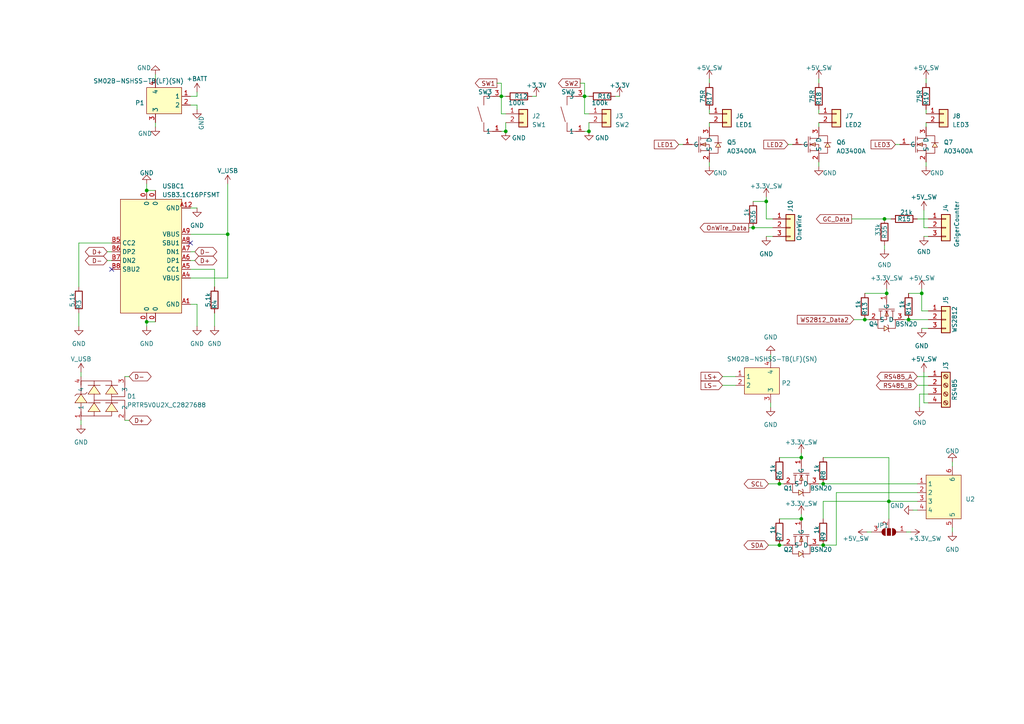
<source format=kicad_sch>
(kicad_sch (version 20231120) (generator "eeschema") (generator_version "8.0")
  (paper "A4")
  (lib_symbols
    (symbol "Connector:Screw_Terminal_01x04" (pin_names (offset 1.016) hide)
      (property "Reference" "J" (at 0 5.08 0))
      (property "Value" "Screw_Terminal_01x04" (at 0 -7.62 0))
      (symbol "Screw_Terminal_01x04_1_1"
        (rectangle (start -1.27 3.81) (end 1.27 -6.35) (stroke (width 0.254)) (fill (type background)))
        (circle (center 0 -5.08) (radius 0.635) (stroke (width 0.1524)))
        (circle (center 0 -2.54) (radius 0.635) (stroke (width 0.1524)))
        (polyline (pts (xy -0.5334 -4.7498) (xy 0.3302 -5.588)) (stroke (width 0.1524)))
        (polyline (pts (xy -0.5334 -2.2098) (xy 0.3302 -3.048)) (stroke (width 0.1524)))
        (polyline (pts (xy -0.5334 0.3302) (xy 0.3302 -0.508)) (stroke (width 0.1524)))
        (polyline (pts (xy -0.5334 2.8702) (xy 0.3302 2.032)) (stroke (width 0.1524)))
        (polyline (pts (xy -0.3556 -4.572) (xy 0.508 -5.4102)) (stroke (width 0.1524)))
        (polyline (pts (xy -0.3556 -2.032) (xy 0.508 -2.8702)) (stroke (width 0.1524)))
        (polyline (pts (xy -0.3556 0.508) (xy 0.508 -0.3302)) (stroke (width 0.1524)))
        (polyline (pts (xy -0.3556 3.048) (xy 0.508 2.2098)) (stroke (width 0.1524)))
        (circle (center 0 0) (radius 0.635) (stroke (width 0.1524)))
        (circle (center 0 2.54) (radius 0.635) (stroke (width 0.1524)))
        (pin passive line (at -5.08 2.54 0) (length 3.81) (name "Pin_1") (number "1"))
        (pin passive line (at -5.08 0 0) (length 3.81) (name "Pin_2") (number "2"))
        (pin passive line (at -5.08 -2.54 0) (length 3.81) (name "Pin_3") (number "3"))
        (pin passive line (at -5.08 -5.08 0) (length 3.81) (name "Pin_4") (number "4"))
      )
    )
    (symbol "Connector_Generic:Conn_01x02" (pin_names (offset 1.016) hide)
      (property "Reference" "J" (at 0 2.54 0))
      (property "Value" "Conn_01x02" (at 0 -5.08 0))
      (symbol "Conn_01x02_1_1"
        (rectangle (start -1.27 -2.413) (end 0 -2.667) (stroke (width 0.1524)))
        (rectangle (start -1.27 0.127) (end 0 -0.127) (stroke (width 0.1524)))
        (rectangle (start -1.27 1.27) (end 1.27 -3.81) (stroke (width 0.254)) (fill (type background)))
        (pin passive line (at -5.08 0 0) (length 3.81) (name "Pin_1") (number "1"))
        (pin passive line (at -5.08 -2.54 0) (length 3.81) (name "Pin_2") (number "2"))
      )
    )
    (symbol "Connector_Generic:Conn_01x03" (pin_names (offset 1.016) hide)
      (property "Reference" "J" (at 0 5.08 0))
      (property "Value" "Conn_01x03" (at 0 -5.08 0))
      (symbol "Conn_01x03_1_1"
        (rectangle (start -1.27 -2.413) (end 0 -2.667) (stroke (width 0.1524)))
        (rectangle (start -1.27 0.127) (end 0 -0.127) (stroke (width 0.1524)))
        (rectangle (start -1.27 2.667) (end 0 2.413) (stroke (width 0.1524)))
        (rectangle (start -1.27 3.81) (end 1.27 -3.81) (stroke (width 0.254)) (fill (type background)))
        (pin passive line (at -5.08 2.54 0) (length 3.81) (name "Pin_1") (number "1"))
        (pin passive line (at -5.08 0 0) (length 3.81) (name "Pin_2") (number "2"))
        (pin passive line (at -5.08 -2.54 0) (length 3.81) (name "Pin_3") (number "3"))
      )
    )
    (symbol "Device:R" (pin_numbers hide) (pin_names (offset 0))
      (property "Reference" "R" (at 2.032 0 90))
      (property "Value" "R" (at 0 0 90))
      (symbol "R_0_1"
        (rectangle (start -1.016 -2.54) (end 1.016 2.54) (stroke (width 0.254)))
      )
      (symbol "R_1_1"
        (pin passive line (at 0 3.81 270) (length 1.27) (name "~") (number "1"))
        (pin passive line (at 0 -3.81 90) (length 1.27) (name "~") (number "2"))
      )
    )
    (symbol "Jumper:SolderJumper_3_Open" (pin_names (offset 0) hide)
      (property "Reference" "JP" (at -2.54 -2.54 0))
      (property "Value" "SolderJumper_3_Open" (at 0 2.794 0))
      (symbol "SolderJumper_3_Open_0_1"
        (arc (start -1.016 1.016) (mid -2.0276 0) (end -1.016 -1.016))
        (arc (start -1.016 1.016) (mid -2.0276 0) (end -1.016 -1.016) (fill (type outline)))
        (rectangle (start -0.508 1.016) (end 0.508 -1.016) (fill (type outline)))
        (polyline (pts (xy -2.54 0) (xy -2.032 0)))
        (polyline (pts (xy -1.016 1.016) (xy -1.016 -1.016)))
        (polyline (pts (xy 0 -1.27) (xy 0 -1.016)))
        (polyline (pts (xy 1.016 1.016) (xy 1.016 -1.016)))
        (polyline (pts (xy 2.54 0) (xy 2.032 0)))
        (arc (start 1.016 -1.016) (mid 2.0276 0) (end 1.016 1.016))
        (arc (start 1.016 -1.016) (mid 2.0276 0) (end 1.016 1.016) (fill (type outline)))
      )
      (symbol "SolderJumper_3_Open_1_1"
        (pin passive line (at -5.08 0 0) (length 2.54) (name "A") (number "1"))
        (pin passive line (at 0 -3.81 90) (length 2.54) (name "C") (number "2"))
        (pin passive line (at 5.08 0 180) (length 2.54) (name "B") (number "3"))
      )
    )
    (symbol "burgerLib:AO3400A"
      (property "Reference" "Q?" (at 0 10.16 0))
      (property "Value" "AO3400A" (at 0 -10.16 0))
      (symbol "AO3400A_0_1"
        (polyline (pts (xy -2.54 0) (xy -0.508 0)))
        (polyline (pts (xy -0.508 2.286) (xy -0.508 -2.286)))
        (polyline (pts (xy 0 -2.286) (xy 0 -1.27)))
        (polyline (pts (xy 0 -0.508) (xy 0 0.508)))
        (polyline (pts (xy 0 2.286) (xy 0 1.27)))
        (polyline (pts (xy 2.54 -1.778) (xy 0 -1.778)))
        (polyline (pts (xy 0 0) (xy 1.524 -0.508) (xy 1.524 0.508) (xy 0 0)) (fill (type background)))
        (polyline (pts (xy 5.08 0.508) (xy 4.318 -0.762) (xy 5.842 -0.762) (xy 5.08 0.508)) (fill (type background)))
        (polyline (pts (xy 6.096 0.508) (xy 5.588 0.508) (xy 4.572 0.508) (xy 4.064 0.508)))
        (polyline (pts (xy 0 0) (xy 2.54 0) (xy 2.54 -2.54) (xy 5.08 -2.54) (xy 5.08 -0.762)))
        (polyline (pts (xy 0 1.778) (xy 2.54 1.778) (xy 2.54 2.54) (xy 5.08 2.54) (xy 5.08 0.508)))
        (pin unspecified line (at -5.08 0 0) (length 2.54) (name "G") (number "1"))
        (pin unspecified line (at 2.54 -5.08 90) (length 2.54) (name "S") (number "2"))
        (pin unspecified line (at 2.54 5.08 270) (length 2.54) (name "D") (number "3"))
      )
    )
    (symbol "burgerLib:BSN20"
      (property "Reference" "Q?" (at 0 10.16 0))
      (property "Value" "BSN20" (at 0 -10.16 0))
      (symbol "BSN20_0_1"
        (polyline (pts (xy -2.54 0) (xy -0.508 0)))
        (polyline (pts (xy -0.508 2.286) (xy -0.508 -2.286)))
        (polyline (pts (xy 0 -2.286) (xy 0 -1.27)))
        (polyline (pts (xy 0 -0.508) (xy 0 0.508)))
        (polyline (pts (xy 0 2.286) (xy 0 1.27)))
        (polyline (pts (xy 2.54 -1.778) (xy 0 -1.778)))
        (polyline (pts (xy 0 0) (xy 1.524 0.508) (xy 1.524 -0.508) (xy 0 0)) (fill (type background)))
        (polyline (pts (xy 4.064 0.254) (xy 4.318 0.508) (xy 5.842 0.508) (xy 6.096 0.762)))
        (polyline (pts (xy 5.08 0.508) (xy 5.842 -0.762) (xy 4.318 -0.762) (xy 5.08 0.508)) (fill (type background)))
        (polyline (pts (xy 0 0) (xy 2.54 0) (xy 2.54 -2.54) (xy 5.08 -2.54) (xy 5.08 -0.762)))
        (polyline (pts (xy 0 1.778) (xy 2.54 1.778) (xy 2.54 2.54) (xy 5.08 2.54) (xy 5.08 0.508)))
        (pin unspecified line (at -5.08 0 0) (length 2.54) (name "G") (number "1"))
        (pin unspecified line (at 2.54 -5.08 90) (length 2.54) (name "S") (number "2"))
        (pin unspecified line (at 2.54 5.08 270) (length 2.54) (name "D") (number "3"))
      )
    )
    (symbol "burgerLib:K2-1102SP-C4SC-04"
      (property "Reference" "SW?" (at 0 10.16 0))
      (property "Value" "K2-1102SP-C4SC-04" (at 0 -10.16 0))
      (symbol "K2-1102SP-C4SC-04_0_1"
        (polyline (pts (xy -5.08 -5.08) (xy -2.54 -5.08)))
        (polyline (pts (xy -5.08 5.08) (xy -2.54 5.08)))
        (polyline (pts (xy -2.54 -5.08) (xy -2.54 -2.54)))
        (polyline (pts (xy -2.54 5.08) (xy -2.54 2.54)))
        (polyline (pts (xy -2.032 2.286) (xy -0.762 -2.032)))
        (pin unspecified line (at -7.62 5.08 0) (length 2.54) (name "1") (number "1"))
        (pin unspecified line (at -7.62 5.08 0) (length 2.54) hide (name "2") (number "2"))
        (pin unspecified line (at -7.62 -5.08 0) (length 2.54) (name "3") (number "3"))
        (pin unspecified line (at -7.62 -5.08 0) (length 2.54) hide (name "4") (number "4"))
      )
    )
    (symbol "burgerLib:PRTR5V0U2X_C2827688"
      (property "Reference" "D?" (at 0 12.7 0))
      (property "Value" "PRTR5V0U2X_C2827688" (at 0 -10.16 0))
      (symbol "PRTR5V0U2X_C2827688_0_1"
        (polyline (pts (xy -1.27 0) (xy -1.27 2.54)))
        (polyline (pts (xy 0.508 0) (xy -3.048 0)))
        (polyline (pts (xy 0.508 5.08) (xy -3.048 5.08)))
        (polyline (pts (xy 3.81 0) (xy 3.81 2.54)))
        (polyline (pts (xy 5.588 0) (xy 2.032 0)))
        (polyline (pts (xy 5.588 5.08) (xy 2.032 5.08)))
        (polyline (pts (xy -1.27 -3.81) (xy 3.81 -3.81) (xy 3.81 -2.54)))
        (polyline (pts (xy -1.27 0.762) (xy 7.62 0.762) (xy 7.62 -3.81)))
        (polyline (pts (xy -1.27 6.35) (xy -5.08 6.35) (xy -5.08 2.54)))
        (polyline (pts (xy 3.81 1.778) (xy 7.62 1.778) (xy 7.62 6.35)))
        (polyline (pts (xy -5.08 0) (xy -5.08 -3.81) (xy -1.27 -3.81) (xy -1.27 -2.54)))
        (polyline (pts (xy -3.302 0) (xy -5.08 2.54) (xy -6.858 0) (xy -3.302 0)) (fill (type background)))
        (polyline (pts (xy -3.302 3.048) (xy -3.81 2.54) (xy -6.35 2.54) (xy -6.858 2.032)))
        (polyline (pts (xy 0.508 -2.54) (xy -1.27 0) (xy -3.048 -2.54) (xy 0.508 -2.54)) (fill (type background)))
        (polyline (pts (xy 0.508 2.54) (xy -1.27 5.08) (xy -3.048 2.54) (xy 0.508 2.54)) (fill (type background)))
        (polyline (pts (xy 3.81 5.08) (xy 3.81 6.35) (xy -1.27 6.35) (xy -1.27 5.08)))
        (polyline (pts (xy 5.588 -2.54) (xy 3.81 0) (xy 2.032 -2.54) (xy 5.588 -2.54)) (fill (type background)))
        (polyline (pts (xy 5.588 2.54) (xy 3.81 5.08) (xy 2.032 2.54) (xy 5.588 2.54)) (fill (type background)))
        (pin unspecified line (at -5.08 -5.08 90) (length 2.54) (name "1") (number "1"))
        (pin unspecified line (at 7.62 -5.08 90) (length 2.54) (name "2") (number "2"))
        (pin unspecified line (at 7.62 7.62 270) (length 2.54) (name "3") (number "3"))
        (pin unspecified line (at -5.08 7.62 270) (length 2.54) (name "4") (number "4"))
      )
    )
    (symbol "burgerLib:S4B-PH-SM4-K-TB(LF)(SN)"
      (property "Reference" "U?" (at 0 12.7 0))
      (property "Value" "S4B-PH-SM4-K-TB(LF)(SN)" (at 0 -15.24 0))
      (symbol "S4B-PH-SM4-K-TB(LF)(SN)_0_1"
        (rectangle (start -2.54 5.08) (end 7.62 -7.62) (fill (type background)))
        (pin unspecified line (at -5.08 2.54 0) (length 2.54) (name "1") (number "1"))
        (pin unspecified line (at -5.08 0 0) (length 2.54) (name "2") (number "2"))
        (pin unspecified line (at -5.08 -2.54 0) (length 2.54) (name "3") (number "3"))
        (pin unspecified line (at -5.08 -5.08 0) (length 2.54) (name "4") (number "4"))
        (pin unspecified line (at 5.08 -10.16 90) (length 2.54) (name "5") (number "5"))
        (pin unspecified line (at 5.08 7.62 270) (length 2.54) (name "6") (number "6"))
      )
    )
    (symbol "burgerLib:SM02B-NSHSS-TB(LF)(SN)"
      (property "Reference" "P?" (at 0 12.7 0))
      (property "Value" "SM02B-NSHSS-TB(LF)(SN)" (at 0 -10.16 0))
      (symbol "SM02B-NSHSS-TB(LF)(SN)_0_1"
        (rectangle (start -2.54 5.08) (end 7.62 -2.54) (fill (type background)))
        (pin unspecified line (at -5.08 2.54 0) (length 2.54) (name "1") (number "1"))
        (pin unspecified line (at -5.08 0 0) (length 2.54) (name "2") (number "2"))
        (pin unspecified line (at 5.08 -5.08 90) (length 2.54) (name "3") (number "3"))
        (pin unspecified line (at 5.08 7.62 270) (length 2.54) (name "4") (number "4"))
      )
    )
    (symbol "burgerLib:USB3.1C16PFSMT"
      (property "Reference" "USBC?" (at 0 24.13 0))
      (property "Value" "USB3.1C16PFSMT" (at 0 -24.13 0))
      (symbol "USB3.1C16PFSMT_0_1"
        (rectangle (start -8.89 16.51) (end 8.89 -16.51) (fill (type background)))
        (pin unspecified line (at -1.27 -19.05 90) (length 2.54) (name "0") (number "0"))
        (pin unspecified line (at -1.27 19.05 270) (length 2.54) (name "0") (number "0"))
        (pin unspecified line (at 1.27 -19.05 90) (length 2.54) (name "0") (number "0"))
        (pin unspecified line (at 1.27 19.05 270) (length 2.54) (name "0") (number "0"))
        (pin unspecified line (at 11.43 -13.97 180) (length 2.54) (name "GND") (number "A1"))
        (pin unspecified line (at 11.43 13.97 180) (length 2.54) (name "GND") (number "A12"))
        (pin unspecified line (at 11.43 -6.35 180) (length 2.54) (name "VBUS") (number "A4"))
        (pin unspecified line (at 11.43 -3.81 180) (length 2.54) (name "CC1") (number "A5"))
        (pin unspecified line (at 11.43 -1.27 180) (length 2.54) (name "DP1") (number "A6"))
        (pin unspecified line (at 11.43 1.27 180) (length 2.54) (name "DN1") (number "A7"))
        (pin unspecified line (at 11.43 3.81 180) (length 2.54) (name "SBU1") (number "A8"))
        (pin unspecified line (at 11.43 6.35 180) (length 2.54) (name "VBUS") (number "A9"))
        (pin unspecified line (at -11.43 3.81 0) (length 2.54) (name "CC2") (number "B5"))
        (pin unspecified line (at -11.43 1.27 0) (length 2.54) (name "DP2") (number "B6"))
        (pin unspecified line (at -11.43 -1.27 0) (length 2.54) (name "DN2") (number "B7"))
        (pin unspecified line (at -11.43 -3.81 0) (length 2.54) (name "SBU2") (number "B8"))
      )
    )
    (symbol "power:+3.3V" (power) (pin_names (offset 0))
      (property "Value" "+3.3V" (at 0 3.556 0))
      (symbol "+3.3V_0_1"
        (polyline (pts (xy -0.762 1.27) (xy 0 2.54)))
        (polyline (pts (xy 0 0) (xy 0 2.54)))
        (polyline (pts (xy 0 2.54) (xy 0.762 1.27)))
      )
      (symbol "+3.3V_1_1"
        (pin power_in line (at 0 0 90) (length 0) hide (name "+3.3V") (number "1"))
      )
    )
    (symbol "power:+BATT" (power) (pin_names (offset 0))
      (property "Value" "+BATT" (at 0 3.556 0))
      (symbol "+BATT_0_1"
        (polyline (pts (xy -0.762 1.27) (xy 0 2.54)))
        (polyline (pts (xy 0 0) (xy 0 2.54)))
        (polyline (pts (xy 0 2.54) (xy 0.762 1.27)))
      )
      (symbol "+BATT_1_1"
        (pin power_in line (at 0 0 90) (length 0) hide (name "+BATT") (number "1"))
      )
    )
    (symbol "power:+VSW" (power) (pin_names (offset 0))
      (property "Value" "+VSW" (at 0 3.556 0))
      (symbol "+VSW_0_1"
        (polyline (pts (xy -0.762 1.27) (xy 0 2.54)))
        (polyline (pts (xy 0 0) (xy 0 2.54)))
        (polyline (pts (xy 0 2.54) (xy 0.762 1.27)))
      )
      (symbol "+VSW_1_1"
        (pin power_in line (at 0 0 90) (length 0) hide (name "+VSW") (number "1"))
      )
    )
    (symbol "power:GND" (power) (pin_names (offset 0))
      (property "Value" "GND" (at 0 -3.81 0))
      (symbol "GND_0_1"
        (polyline (pts (xy 0 0) (xy 0 -1.27) (xy 1.27 -1.27) (xy 0 -2.54) (xy -1.27 -1.27) (xy 0 -1.27)))
      )
      (symbol "GND_1_1"
        (pin power_in line (at 0 0 270) (length 0) hide (name "GND") (number "1"))
      )
    )
    (symbol "power:VBUS" (power) (pin_names (offset 0))
      (property "Value" "VBUS" (at 0 3.81 0))
      (symbol "VBUS_0_1"
        (polyline (pts (xy -0.762 1.27) (xy 0 2.54)))
        (polyline (pts (xy 0 0) (xy 0 2.54)))
        (polyline (pts (xy 0 2.54) (xy 0.762 1.27)))
      )
      (symbol "VBUS_1_1"
        (pin power_in line (at 0 0 90) (length 0) hide (name "VBUS") (number "1"))
      )
    )
    (symbol "power:Vdrive" (power) (pin_names (offset 0))
      (property "Value" "Vdrive" (at 0 3.81 0))
      (symbol "Vdrive_0_1"
        (polyline (pts (xy -0.762 1.27) (xy 0 2.54)))
        (polyline (pts (xy 0 0) (xy 0 2.54)))
        (polyline (pts (xy 0 2.54) (xy 0.762 1.27)))
      )
      (symbol "Vdrive_1_1"
        (pin power_in line (at 0 0 90) (length 0) hide (name "Vdrive") (number "1"))
      )
    )
  )
  (junction (at 66.04 67.945))
  (junction (at 257.81 145.415))
  (junction (at 218.44 66.04))
  (junction (at 146.685 38.1))
  (junction (at 250.825 92.71))
  (junction (at 226.06 140.335))
  (junction (at 232.41 132.715))
  (junction (at 170.815 38.1))
  (junction (at 238.76 158.115))
  (junction (at 267.335 85.09))
  (junction (at 238.76 140.335))
  (junction (at 42.545 93.345))
  (junction (at 42.545 55.245))
  (junction (at 169.545 27.94))
  (junction (at 145.415 27.94))
  (junction (at 226.06 158.115))
  (junction (at 222.25 58.42))
  (junction (at 232.41 150.495))
  (junction (at 256.54 63.5))
  (junction (at 257.175 85.09))
  (junction (at 263.525 92.71))
  (no_connect (at 32.385 78.105))
  (no_connect (at 55.245 70.485))
  (wire (pts (xy 258.445 63.5) (xy 256.54 63.5)))
  (wire (pts (xy 226.06 158.115) (xy 227.33 158.115)))
  (wire (pts (xy 262.255 92.71) (xy 263.525 92.71)))
  (wire (pts (xy 154.305 27.94) (xy 155.575 27.94)))
  (wire (pts (xy 22.86 83.185) (xy 22.86 70.485)))
  (wire (pts (xy 168.275 24.13) (xy 169.545 24.13)))
  (wire (pts (xy 222.25 57.15) (xy 222.25 58.42)))
  (wire (pts (xy 257.81 145.415) (xy 266.065 145.415)))
  (wire (pts (xy 169.545 27.94) (xy 170.815 27.94)))
  (wire (pts (xy 222.25 63.5) (xy 222.25 58.42)))
  (wire (pts (xy 242.57 142.875) (xy 242.57 158.115)))
  (wire (pts (xy 267.97 60.96) (xy 267.97 66.04)))
  (wire (pts (xy 218.44 66.04) (xy 224.155 66.04)))
  (wire (pts (xy 42.545 93.345) (xy 42.545 94.615)))
  (wire (pts (xy 242.57 158.115) (xy 238.76 158.115)))
  (wire (pts (xy 266.7 114.3) (xy 266.7 118.11)))
  (wire (pts (xy 146.685 35.56) (xy 146.685 38.1)))
  (wire (pts (xy 170.815 33.02) (xy 169.545 33.02)))
  (wire (pts (xy 256.54 72.39) (xy 256.54 71.12)))
  (wire (pts (xy 66.04 80.645) (xy 66.04 67.945)))
  (wire (pts (xy 23.495 121.92) (xy 23.495 123.19)))
  (wire (pts (xy 222.25 68.58) (xy 224.155 68.58)))
  (wire (pts (xy 205.74 46.99) (xy 205.74 48.26)))
  (wire (pts (xy 223.52 116.84) (xy 223.52 118.11)))
  (wire (pts (xy 66.04 53.34) (xy 66.04 67.945)))
  (wire (pts (xy 238.76 132.715) (xy 257.81 132.715)))
  (wire (pts (xy 263.525 92.71) (xy 269.24 92.71)))
  (wire (pts (xy 205.74 22.86) (xy 205.74 24.13)))
  (wire (pts (xy 57.15 27.94) (xy 55.245 27.94)))
  (wire (pts (xy 257.175 83.82) (xy 257.175 85.09)))
  (wire (pts (xy 209.55 109.22) (xy 213.36 109.22)))
  (wire (pts (xy 226.06 132.715) (xy 232.41 132.715)))
  (wire (pts (xy 263.525 85.09) (xy 267.335 85.09)))
  (wire (pts (xy 247.65 92.71) (xy 250.825 92.71)))
  (wire (pts (xy 237.49 22.86) (xy 237.49 24.13)))
  (wire (pts (xy 22.86 70.485) (xy 32.385 70.485)))
  (wire (pts (xy 267.97 68.58) (xy 269.24 68.58)))
  (wire (pts (xy 268.605 46.99) (xy 268.605 48.26)))
  (wire (pts (xy 269.24 114.3) (xy 266.7 114.3)))
  (wire (pts (xy 276.225 133.985) (xy 276.225 135.255)))
  (wire (pts (xy 237.49 46.99) (xy 237.49 48.26)))
  (wire (pts (xy 268.605 22.86) (xy 268.605 24.13)))
  (wire (pts (xy 250.825 92.71) (xy 252.095 92.71)))
  (wire (pts (xy 266.065 142.875) (xy 242.57 142.875)))
  (wire (pts (xy 238.76 140.335) (xy 266.065 140.335)))
  (wire (pts (xy 170.815 35.56) (xy 170.815 38.1)))
  (wire (pts (xy 209.55 111.76) (xy 213.36 111.76)))
  (wire (pts (xy 57.15 31.75) (xy 57.15 30.48)))
  (wire (pts (xy 217.17 66.04) (xy 218.44 66.04)))
  (wire (pts (xy 42.545 53.34) (xy 42.545 55.245)))
  (wire (pts (xy 257.81 150.495) (xy 257.81 145.415)))
  (wire (pts (xy 66.04 67.945) (xy 55.245 67.945)))
  (wire (pts (xy 36.195 109.22) (xy 37.465 109.22)))
  (wire (pts (xy 57.15 26.67) (xy 57.15 27.94)))
  (wire (pts (xy 169.545 33.02) (xy 169.545 27.94)))
  (wire (pts (xy 237.49 158.115) (xy 238.76 158.115)))
  (wire (pts (xy 266.065 109.22) (xy 269.24 109.22)))
  (wire (pts (xy 269.24 90.17) (xy 267.335 90.17)))
  (wire (pts (xy 268.605 35.56) (xy 268.605 36.83)))
  (wire (pts (xy 42.545 55.245) (xy 45.085 55.245)))
  (wire (pts (xy 267.97 116.84) (xy 267.97 107.95)))
  (wire (pts (xy 237.49 31.75) (xy 237.49 33.02)))
  (wire (pts (xy 45.085 35.56) (xy 45.085 36.83)))
  (wire (pts (xy 267.335 90.17) (xy 267.335 85.09)))
  (wire (pts (xy 146.685 33.02) (xy 145.415 33.02)))
  (wire (pts (xy 228.6 41.91) (xy 229.87 41.91)))
  (wire (pts (xy 232.41 149.225) (xy 232.41 150.495)))
  (wire (pts (xy 222.885 140.335) (xy 226.06 140.335)))
  (wire (pts (xy 57.15 94.615) (xy 57.15 88.265)))
  (wire (pts (xy 256.54 63.5) (xy 247.015 63.5)))
  (wire (pts (xy 62.23 90.805) (xy 62.23 94.615)))
  (wire (pts (xy 55.245 60.325) (xy 57.15 60.325)))
  (wire (pts (xy 57.15 88.265) (xy 55.245 88.265)))
  (wire (pts (xy 266.065 111.76) (xy 269.24 111.76)))
  (wire (pts (xy 145.415 27.94) (xy 146.685 27.94)))
  (wire (pts (xy 145.415 38.1) (xy 146.685 38.1)))
  (wire (pts (xy 226.06 150.495) (xy 232.41 150.495)))
  (wire (pts (xy 237.49 140.335) (xy 238.76 140.335)))
  (wire (pts (xy 226.06 140.335) (xy 227.33 140.335)))
  (wire (pts (xy 45.085 21.59) (xy 45.085 22.86)))
  (wire (pts (xy 22.86 90.805) (xy 22.86 94.615)))
  (wire (pts (xy 205.74 31.75) (xy 205.74 33.02)))
  (wire (pts (xy 269.24 116.84) (xy 267.97 116.84)))
  (wire (pts (xy 267.335 83.82) (xy 267.335 85.09)))
  (wire (pts (xy 57.15 30.48) (xy 55.245 30.48)))
  (wire (pts (xy 238.76 150.495) (xy 238.76 145.415)))
  (wire (pts (xy 31.115 75.565) (xy 32.385 75.565)))
  (wire (pts (xy 36.195 121.92) (xy 37.465 121.92)))
  (wire (pts (xy 222.885 158.115) (xy 226.06 158.115)))
  (wire (pts (xy 268.605 31.75) (xy 268.605 33.02)))
  (wire (pts (xy 223.52 102.87) (xy 223.52 104.14)))
  (wire (pts (xy 266.065 63.5) (xy 269.24 63.5)))
  (wire (pts (xy 196.85 41.91) (xy 198.12 41.91)))
  (wire (pts (xy 237.49 35.56) (xy 237.49 36.83)))
  (wire (pts (xy 276.225 153.035) (xy 276.225 154.305)))
  (wire (pts (xy 55.245 78.105) (xy 62.23 78.105)))
  (wire (pts (xy 145.415 33.02) (xy 145.415 27.94)))
  (wire (pts (xy 250.825 85.09) (xy 257.175 85.09)))
  (wire (pts (xy 262.89 154.305) (xy 264.16 154.305)))
  (wire (pts (xy 259.715 41.91) (xy 260.985 41.91)))
  (wire (pts (xy 31.115 73.025) (xy 32.385 73.025)))
  (wire (pts (xy 218.44 58.42) (xy 222.25 58.42)))
  (wire (pts (xy 257.81 132.715) (xy 257.81 145.415)))
  (wire (pts (xy 145.415 24.13) (xy 145.415 27.94)))
  (wire (pts (xy 42.545 93.345) (xy 45.085 93.345)))
  (wire (pts (xy 178.435 27.94) (xy 179.705 27.94)))
  (wire (pts (xy 144.145 24.13) (xy 145.415 24.13)))
  (wire (pts (xy 264.795 147.955) (xy 266.065 147.955)))
  (wire (pts (xy 238.76 145.415) (xy 257.81 145.415)))
  (wire (pts (xy 267.335 95.25) (xy 269.24 95.25)))
  (wire (pts (xy 23.495 107.95) (xy 23.495 109.22)))
  (wire (pts (xy 267.97 66.04) (xy 269.24 66.04)))
  (wire (pts (xy 232.41 131.445) (xy 232.41 132.715)))
  (wire (pts (xy 55.245 73.025) (xy 56.515 73.025)))
  (wire (pts (xy 55.245 75.565) (xy 56.515 75.565)))
  (wire (pts (xy 169.545 24.13) (xy 169.545 27.94)))
  (wire (pts (xy 169.545 38.1) (xy 170.815 38.1)))
  (wire (pts (xy 224.155 63.5) (xy 222.25 63.5)))
  (wire (pts (xy 251.46 154.305) (xy 252.73 154.305)))
  (wire (pts (xy 62.23 78.105) (xy 62.23 83.185)))
  (wire (pts (xy 55.245 80.645) (xy 66.04 80.645)))
  (wire (pts (xy 205.74 35.56) (xy 205.74 36.83)))
  (global_label "SW2" (shape output) (at 168.275 24.13 180) (property "Intersheetrefs" "${INTERSHEET_REFS}" (effects (hide yes))))
  (global_label "SCL" (shape bidirectional) (at 222.885 140.335 180) (property "Intersheetrefs" "${INTERSHEET_REFS}" (effects (hide yes))))
  (global_label "RS485_A" (shape bidirectional) (at 266.065 109.22 180) (property "Intersheetrefs" "${INTERSHEET_REFS}" (effects (hide yes))))
  (global_label "D+" (shape bidirectional) (at 31.115 73.025 180) (property "Intersheetrefs" "${INTERSHEET_REFS}" (effects (hide yes))))
  (global_label "LS+" (shape input) (at 209.55 109.22 180) (property "Intersheetrefs" "${INTERSHEET_REFS}" (effects (hide yes))))
  (global_label "LED3" (shape input) (at 259.715 41.91 180) (property "Intersheetrefs" "${INTERSHEET_REFS}" (effects (hide yes))))
  (global_label "LED2" (shape input) (at 228.6 41.91 180) (property "Intersheetrefs" "${INTERSHEET_REFS}" (effects (hide yes))))
  (global_label "D-" (shape bidirectional) (at 37.465 109.22 0) (property "Intersheetrefs" "${INTERSHEET_REFS}" (effects (hide yes))))
  (global_label "D-" (shape bidirectional) (at 56.515 73.025 0) (property "Intersheetrefs" "${INTERSHEET_REFS}" (effects (hide yes))))
  (global_label "GC_Data" (shape output) (at 247.015 63.5 180) (property "Intersheetrefs" "${INTERSHEET_REFS}" (effects (hide yes))))
  (global_label "D+" (shape bidirectional) (at 37.465 121.92 0) (property "Intersheetrefs" "${INTERSHEET_REFS}" (effects (hide yes))))
  (global_label "OnWire_Data" (shape output) (at 217.17 66.04 180) (property "Intersheetrefs" "${INTERSHEET_REFS}" (effects (hide yes))))
  (global_label "SW1" (shape output) (at 144.145 24.13 180) (property "Intersheetrefs" "${INTERSHEET_REFS}" (effects (hide yes))))
  (global_label "WS2812_Data2" (shape input) (at 247.65 92.71 180) (property "Intersheetrefs" "${INTERSHEET_REFS}" (effects (hide yes))))
  (global_label "RS485_B" (shape bidirectional) (at 266.065 111.76 180) (property "Intersheetrefs" "${INTERSHEET_REFS}" (effects (hide yes))))
  (global_label "D-" (shape bidirectional) (at 31.115 75.565 180) (property "Intersheetrefs" "${INTERSHEET_REFS}" (effects (hide yes))))
  (global_label "LS-" (shape input) (at 209.55 111.76 180) (property "Intersheetrefs" "${INTERSHEET_REFS}" (effects (hide yes))))
  (global_label "SDA" (shape bidirectional) (at 222.885 158.115 180) (property "Intersheetrefs" "${INTERSHEET_REFS}" (effects (hide yes))))
  (global_label "LED1" (shape input) (at 196.85 41.91 180) (property "Intersheetrefs" "${INTERSHEET_REFS}" (effects (hide yes))))
  (global_label "D+" (shape bidirectional) (at 56.515 75.565 0) (property "Intersheetrefs" "${INTERSHEET_REFS}" (effects (hide yes))))
  (symbol (lib_id "Device:R") (at 263.525 88.9 180) (unit 1)
    (property "Reference" "R14" (at 263.525 89.535 90))
    (property "Value" "1k" (at 261.62 88.265 90))
    (property "Footprint" "Resistor_SMD:R_0603_1608Metric_Pad0.98x0.95mm_HandSolder" (effects (hide yes)))
  )
  (symbol (lib_id "Connector_Generic:Conn_01x03") (at 274.32 66.04 0) (unit 1) (in_bom no)
    (property "Reference" "J4" (at 274.32 61.595 90) (effects (justify left)))
    (property "Value" "GeigerCounter" (at 277.495 71.755 90) (effects (justify left)))
    (property "Footprint" "Connector_PinHeader_2.54mm:PinHeader_1x03_P2.54mm_Vertical" (effects (hide yes)))
  )
  (symbol (lib_id "Device:R") (at 268.605 27.94 180) (unit 1)
    (property "Reference" "R19" (at 268.605 28.575 90))
    (property "Value" "75R" (at 266.7 27.94 90))
    (property "Footprint" "Resistor_SMD:R_0805_2012Metric_Pad1.20x1.40mm_HandSolder" (effects (hide yes)))
  )
  (symbol (lib_id "burgerLib:AO3400A") (at 266.065 41.91 0) (unit 1)
    (property "Reference" "Q7" (at 273.685 41.275 0) (effects (justify left)))
    (property "Value" "AO3400A" (at 273.685 43.815 0) (effects (justify left)))
    (property "Footprint" "EduboardV2_kicadlib:SOT-23-3_L2.9-W1.6-P1.90-LS2.8-BR" (effects (hide yes)))
    (property "Datasheet" "https://lcsc.com/product-detail/MOSFET_AOS_AO3400A_AO3400A_C20917.html" (effects (hide yes)))
    (property "Manufacturer" "AOS" (effects (hide yes)))
    (property "LCSC Part" "C20917" (effects (hide yes)))
    (property "JLC Part" "Basic Part" (effects (hide yes)))
  )
  (symbol (lib_id "Device:R") (at 250.825 88.9 180) (unit 1)
    (property "Reference" "R13" (at 250.825 89.535 90))
    (property "Value" "1k" (at 248.92 88.265 90))
    (property "Footprint" "Resistor_SMD:R_0603_1608Metric_Pad0.98x0.95mm_HandSolder" (effects (hide yes)))
  )
  (symbol (lib_id "power:Vdrive") (at 268.605 22.86 0) (unit 1)
    (property "Reference" "#PWR056" (effects (hide yes)))
    (property "Value" "+5V_SW" (at 268.605 19.685 0))
  )
  (symbol (lib_id "power:Vdrive") (at 267.97 60.96 0) (unit 1)
    (property "Reference" "#PWR050" (effects (hide yes)))
    (property "Value" "+5V_SW" (at 267.97 57.15 0))
  )
  (symbol (lib_id "Connector_Generic:Conn_01x02") (at 273.685 33.02 0) (unit 1) (in_bom no)
    (property "Reference" "J8" (at 276.225 33.655 0) (effects (justify left)))
    (property "Value" "LED3" (at 276.225 36.195 0) (effects (justify left)))
    (property "Footprint" "Connector_PinHeader_2.54mm:PinHeader_1x02_P2.54mm_Vertical" (effects (hide yes)))
  )
  (symbol (lib_id "Device:R") (at 238.76 154.305 180) (unit 1)
    (property "Reference" "R9" (at 238.76 155.575 90))
    (property "Value" "1k" (at 236.855 153.67 90))
    (property "Footprint" "Resistor_SMD:R_0603_1608Metric_Pad0.98x0.95mm_HandSolder" (effects (hide yes)))
  )
  (symbol (lib_id "power:GND") (at 256.54 72.39 0) (unit 1)
    (property "Reference" "#PWR0106" (effects (hide yes)))
    (property "Value" "GND" (at 256.54 76.835 0))
  )
  (symbol (lib_id "power:GND") (at 222.25 68.58 0) (unit 1)
    (property "Reference" "#PWR0108" (effects (hide yes)))
    (property "Value" "GND" (at 222.25 73.66 0))
  )
  (symbol (lib_id "power:+3.3V") (at 179.705 27.94 0) (unit 1)
    (property "Reference" "#PWR049" (effects (hide yes)))
    (property "Value" "+3.3V" (at 179.705 24.765 0))
  )
  (symbol (lib_id "power:GND") (at 45.085 36.83 0) (mirror y) (unit 1)
    (property "Reference" "#PWR076" (effects (hide yes)))
    (property "Value" "GND" (at 40.005 38.735 0) (effects (justify right)))
  )
  (symbol (lib_id "power:Vdrive") (at 267.97 107.95 0) (unit 1)
    (property "Reference" "#PWR097" (effects (hide yes)))
    (property "Value" "+5V_SW" (at 267.97 104.14 0))
  )
  (symbol (lib_id "Connector_Generic:Conn_01x02") (at 210.82 33.02 0) (unit 1) (in_bom no)
    (property "Reference" "J6" (at 213.36 33.655 0) (effects (justify left)))
    (property "Value" "LED1" (at 213.36 36.195 0) (effects (justify left)))
    (property "Footprint" "Connector_PinHeader_2.54mm:PinHeader_1x02_P2.54mm_Vertical" (effects (hide yes)))
  )
  (symbol (lib_id "power:GND") (at 267.97 68.58 0) (unit 1)
    (property "Reference" "#PWR047" (effects (hide yes)))
    (property "Value" "GND" (at 267.97 73.025 0))
  )
  (symbol (lib_id "burgerLib:PRTR5V0U2X_C2827688") (at 28.575 116.84 0) (unit 1)
    (property "Reference" "D1" (at 36.83 114.935 0) (effects (justify left)))
    (property "Value" "PRTR5V0U2X_C2827688" (at 36.83 117.475 0) (effects (justify left)))
    (property "Footprint" "EduboardV2_kicadlib:SOT-143-4_L2.9-W1.3-P1.92-LS2.4-BL" (effects (hide yes)))
    (property "Manufacturer" "TECH PUBLIC(台舟)" (effects (hide yes)))
    (property "LCSC Part" "C2827688" (effects (hide yes)))
    (property "JLC Part" "Extended Part" (effects (hide yes)))
  )
  (symbol (lib_id "power:GND") (at 223.52 102.87 180) (unit 1)
    (property "Reference" "#PWR0134" (effects (hide yes)))
    (property "Value" "GND" (at 223.52 97.79 0))
  )
  (symbol (lib_id "power:GND") (at 62.23 94.615 0) (unit 1)
    (property "Reference" "#PWR08" (effects (hide yes)))
    (property "Value" "GND" (at 62.23 99.695 0))
  )
  (symbol (lib_id "power:GND") (at 205.74 48.26 0) (unit 1)
    (property "Reference" "#PWR052" (effects (hide yes)))
    (property "Value" "GND" (at 208.915 50.165 0))
  )
  (symbol (lib_id "Device:R") (at 256.54 67.31 180) (unit 1)
    (property "Reference" "R35" (at 256.54 67.31 90))
    (property "Value" "33k" (at 254.635 66.675 90))
    (property "Footprint" "Resistor_SMD:R_0603_1608Metric_Pad0.98x0.95mm_HandSolder" (effects (hide yes)))
  )
  (symbol (lib_id "power:GND") (at 264.795 147.955 270) (unit 1)
    (property "Reference" "#PWR029" (effects (hide yes)))
    (property "Value" "GND" (at 262.255 146.685 90) (effects (justify right)))
  )
  (symbol (lib_id "burgerLib:BSN20") (at 257.175 90.17 270) (unit 1)
    (property "Reference" "Q4" (at 253.365 93.98 90))
    (property "Value" "BSN20" (at 262.89 93.98 90))
    (property "Footprint" "EduboardV2_kicadlib:SOT-23-3_L2.9-W1.6-P1.90-LS2.8-BR" (effects (hide yes)))
    (property "Datasheet" "https://lcsc.com/product-detail/MOSFET_BSN20_C116157.html" (effects (hide yes)))
    (property "Manufacturer" "SHIKUES(时科)" (effects (hide yes)))
    (property "LCSC Part" "C116157" (effects (hide yes)))
    (property "JLC Part" "Extended Part" (effects (hide yes)))
  )
  (symbol (lib_id "Connector_Generic:Conn_01x03") (at 229.235 66.04 0) (unit 1) (in_bom no)
    (property "Reference" "J10" (at 229.235 61.595 90) (effects (justify left)))
    (property "Value" "OneWire" (at 231.775 69.85 90) (effects (justify left)))
    (property "Footprint" "Connector_PinHeader_2.54mm:PinHeader_1x03_P2.54mm_Vertical" (effects (hide yes)))
  )
  (symbol (lib_id "burgerLib:K2-1102SP-C4SC-04") (at 161.925 33.02 180) (unit 1)
    (property "Reference" "SW4" (at 164.846 26.67 0))
    (property "Value" "K2-1102SP-C4SC-04" (effects (hide yes)))
    (property "Footprint" "EduboardV2_kicadlib:KEY-SMD_4P-L6.0-W6.0-P4.50-LS9.5-BL" (effects (hide yes)))
    (property "Datasheet" "https://lcsc.com/product-detail/Tactile-Switches_K2-1102SP-C4SW-04-SMD_C127509.html" (effects (hide yes)))
    (property "Manufacturer" "韩国韩荣" (effects (hide yes)))
    (property "LCSC Part" "C127509" (effects (hide yes)))
    (property "JLC Part" "Extended Part" (effects (hide yes)))
  )
  (symbol (lib_id "burgerLib:SM02B-NSHSS-TB(LF)(SN)") (at 50.165 30.48 0) (mirror y) (unit 1)
    (property "Reference" "P1" (at 41.91 29.845 0) (effects (justify left)))
    (property "Value" "SM02B-NSHSS-TB(LF)(SN)" (at 53.34 23.495 0) (effects (justify left)))
    (property "Footprint" "burgerLibFP:CONN-SMD_SM02B-NSHSS-TB-LF-SN" (effects (hide yes)))
    (property "Datasheet" "https://lcsc.com/product-detail/Others_JST-Sales-America_SM02B-NSHSS-TB-LF-SN_JST-Sales-America-SM02B-NSHSS-TB-LF-SN_C265415.html" (effects (hide yes)))
    (property "Manufacturer" "JST" (effects (hide yes)))
    (property "LCSC Part" "C265415" (effects (hide yes)))
    (property "JLC Part" "Extended Part" (effects (hide yes)))
  )
  (symbol (lib_id "power:VBUS") (at 23.495 107.95 0) (unit 1)
    (property "Reference" "#PWR02" (effects (hide yes)))
    (property "Value" "V_USB" (at 23.495 104.14 0))
  )
  (symbol (lib_id "burgerLib:USB3.1C16PFSMT") (at 43.815 74.295 0) (unit 1)
    (property "Reference" "USBC1" (at 47.0409 53.975 0) (effects (justify left)))
    (property "Value" "USB3.1C16PFSMT" (at 47.0409 56.515 0) (effects (justify left)))
    (property "Footprint" "EduboardV2_kicadlib:USB-C-SMD_TYPE-C-USB-17" (effects (hide yes)))
    (property "Datasheet" "https://lcsc.com/product-detail/USB-Type-C_USB-3-1-C-16PF-SMT-2-0Type_C167321.html" (effects (hide yes)))
    (property "Manufacturer" "精拓金" (effects (hide yes)))
    (property "LCSC Part" "C167321" (effects (hide yes)))
    (property "JLC Part" "Extended Part" (effects (hide yes)))
  )
  (symbol (lib_id "power:Vdrive") (at 205.74 22.86 0) (unit 1)
    (property "Reference" "#PWR051" (effects (hide yes)))
    (property "Value" "+5V_SW" (at 205.74 19.685 0))
  )
  (symbol (lib_id "power:+3.3V") (at 155.575 27.94 0) (unit 1)
    (property "Reference" "#PWR043" (effects (hide yes)))
    (property "Value" "+3.3V" (at 155.575 24.765 0))
  )
  (symbol (lib_id "Device:R") (at 205.74 27.94 180) (unit 1)
    (property "Reference" "R17" (at 205.74 28.575 90))
    (property "Value" "75R" (at 203.835 27.94 90))
    (property "Footprint" "Resistor_SMD:R_0805_2012Metric_Pad1.20x1.40mm_HandSolder" (effects (hide yes)))
  )
  (symbol (lib_id "Device:R") (at 150.495 27.94 270) (unit 1)
    (property "Reference" "R12" (at 151.13 27.94 90))
    (property "Value" "100k" (at 149.86 29.845 90))
    (property "Footprint" "Resistor_SMD:R_0603_1608Metric_Pad0.98x0.95mm_HandSolder" (effects (hide yes)))
  )
  (symbol (lib_id "Device:R") (at 22.86 86.995 180) (unit 1)
    (property "Reference" "R3" (at 22.86 88.265 90))
    (property "Value" "5.1k" (at 20.955 86.995 90))
    (property "Footprint" "Resistor_SMD:R_0603_1608Metric_Pad0.98x0.95mm_HandSolder" (effects (hide yes)))
  )
  (symbol (lib_id "power:Vdrive") (at 251.46 154.305 90) (unit 1)
    (property "Reference" "#PWR027" (effects (hide yes)))
    (property "Value" "+5V_SW" (at 252.095 156.21 90) (effects (justify left)))
  )
  (symbol (lib_id "power:GND") (at 268.605 48.26 0) (unit 1)
    (property "Reference" "#PWR083" (effects (hide yes)))
    (property "Value" "GND" (at 271.78 50.165 0))
  )
  (symbol (lib_id "power:GND") (at 170.815 38.1 0) (unit 1)
    (property "Reference" "#PWR046" (effects (hide yes)))
    (property "Value" "GND" (at 174.625 40.005 0))
  )
  (symbol (lib_id "Device:R") (at 226.06 136.525 180) (unit 1)
    (property "Reference" "R6" (at 226.06 137.795 90))
    (property "Value" "1k" (at 224.155 135.89 90))
    (property "Footprint" "Resistor_SMD:R_0603_1608Metric_Pad0.98x0.95mm_HandSolder" (effects (hide yes)))
  )
  (symbol (lib_id "power:Vdrive") (at 267.335 83.82 0) (unit 1)
    (property "Reference" "#PWR045" (effects (hide yes)))
    (property "Value" "+5V_SW" (at 267.335 80.645 0))
  )
  (symbol (lib_id "power:GND") (at 23.495 123.19 0) (unit 1)
    (property "Reference" "#PWR03" (effects (hide yes)))
    (property "Value" "GND" (at 23.495 128.27 0))
  )
  (symbol (lib_id "power:VBUS") (at 66.04 53.34 0) (unit 1)
    (property "Reference" "#PWR09" (effects (hide yes)))
    (property "Value" "V_USB" (at 66.04 49.53 0))
  )
  (symbol (lib_id "Device:R") (at 62.23 86.995 180) (unit 1)
    (property "Reference" "R4" (at 62.23 88.265 90))
    (property "Value" "5.1k" (at 60.325 86.995 90))
    (property "Footprint" "Resistor_SMD:R_0603_1608Metric_Pad0.98x0.95mm_HandSolder" (effects (hide yes)))
  )
  (symbol (lib_id "Device:R") (at 238.76 136.525 180) (unit 1)
    (property "Reference" "R8" (at 238.76 137.795 90))
    (property "Value" "1k" (at 236.855 135.89 90))
    (property "Footprint" "Resistor_SMD:R_0603_1608Metric_Pad0.98x0.95mm_HandSolder" (effects (hide yes)))
  )
  (symbol (lib_id "Connector_Generic:Conn_01x02") (at 242.57 33.02 0) (unit 1) (in_bom no)
    (property "Reference" "J7" (at 245.11 33.655 0) (effects (justify left)))
    (property "Value" "LED2" (at 245.11 36.195 0) (effects (justify left)))
    (property "Footprint" "Connector_PinHeader_2.54mm:PinHeader_1x02_P2.54mm_Vertical" (effects (hide yes)))
  )
  (symbol (lib_id "burgerLib:SM02B-NSHSS-TB(LF)(SN)") (at 218.44 111.76 0) (unit 1)
    (property "Reference" "P2" (at 226.695 111.125 0) (effects (justify left)))
    (property "Value" "SM02B-NSHSS-TB(LF)(SN)" (at 210.82 104.14 0) (effects (justify left)))
    (property "Footprint" "burgerLibFP:CONN-SMD_SM02B-NSHSS-TB-LF-SN" (effects (hide yes)))
    (property "Datasheet" "https://lcsc.com/product-detail/Others_JST-Sales-America_SM02B-NSHSS-TB-LF-SN_JST-Sales-America-SM02B-NSHSS-TB-LF-SN_C265415.html" (effects (hide yes)))
    (property "Manufacturer" "JST" (effects (hide yes)))
    (property "LCSC Part" "C265415" (effects (hide yes)))
    (property "JLC Part" "Extended Part" (effects (hide yes)))
  )
  (symbol (lib_id "power:GND") (at 266.7 118.11 0) (unit 1)
    (property "Reference" "#PWR028" (effects (hide yes)))
    (property "Value" "GND" (at 266.7 122.555 0))
    (instances (project "clackotron2000" (path "" (reference "#PWR028") (unit 1))) (project "Unisense" (path "" (reference "#PWR095") (unit 1))))
  )
  (symbol (lib_id "power:GND") (at 57.15 31.75 0) (mirror y) (unit 1)
    (property "Reference" "#PWR074" (effects (hide yes)))
    (property "Value" "GND" (at 58.42 33.655 90) (effects (justify right)))
  )
  (symbol (lib_id "burgerLib:S4B-PH-SM4-K-TB(LF)(SN)") (at 271.145 142.875 0) (unit 1)
    (property "Reference" "U2" (at 280.035 144.78 0) (effects (justify left)))
    (property "Value" "S4B-PH-SM4-K-TB(LF)(SN)" (effects (hide yes)))
    (property "Footprint" "EduboardV2_kicadlib:CONN-SMD_S4B-PH-SM4-K-TB-LF-SN" (effects (hide yes)))
    (property "Datasheet" "https://lcsc.com/product-detail/Others_JST-Sales-America_S4B-PH-SM4-K-TB-LF-SN_JST-Sales-America-S4B-PH-SM4-K-TB-LF-SN_C265332.html" (effects (hide yes)))
    (property "Manufacturer" "JST" (effects (hide yes)))
    (property "LCSC Part" "C265332" (effects (hide yes)))
    (property "JLC Part" "Extended Part" (effects (hide yes)))
  )
  (symbol (lib_id "Device:R") (at 226.06 154.305 180) (unit 1)
    (property "Reference" "R7" (at 226.06 155.575 90))
    (property "Value" "1k" (at 224.155 153.67 90))
    (property "Footprint" "Resistor_SMD:R_0603_1608Metric_Pad0.98x0.95mm_HandSolder" (effects (hide yes)))
  )
  (symbol (lib_id "Device:R") (at 174.625 27.94 270) (unit 1)
    (property "Reference" "R16" (at 175.26 27.94 90))
    (property "Value" "100k" (at 173.99 29.845 90))
    (property "Footprint" "Resistor_SMD:R_0603_1608Metric_Pad0.98x0.95mm_HandSolder" (effects (hide yes)))
  )
  (symbol (lib_id "Connector_Generic:Conn_01x02") (at 175.895 33.02 0) (unit 1) (in_bom no)
    (property "Reference" "J3" (at 178.435 33.655 0) (effects (justify left)))
    (property "Value" "SW2" (at 178.435 36.195 0) (effects (justify left)))
    (property "Footprint" "Connector_PinHeader_2.54mm:PinHeader_1x02_P2.54mm_Vertical" (effects (hide yes)))
  )
  (symbol (lib_id "power:GND") (at 57.15 94.615 0) (unit 1)
    (property "Reference" "#PWR07" (effects (hide yes)))
    (property "Value" "GND" (at 57.15 99.695 0))
  )
  (symbol (lib_id "burgerLib:BSN20") (at 232.41 137.795 270) (unit 1)
    (property "Reference" "Q1" (at 228.6 141.605 90))
    (property "Value" "BSN20" (at 238.125 141.605 90))
    (property "Footprint" "EduboardV2_kicadlib:SOT-23-3_L2.9-W1.6-P1.90-LS2.8-BR" (effects (hide yes)))
    (property "Datasheet" "https://lcsc.com/product-detail/MOSFET_BSN20_C116157.html" (effects (hide yes)))
    (property "Manufacturer" "SHIKUES(时科)" (effects (hide yes)))
    (property "LCSC Part" "C116157" (effects (hide yes)))
    (property "JLC Part" "Extended Part" (effects (hide yes)))
  )
  (symbol (lib_id "burgerLib:AO3400A") (at 234.95 41.91 0) (unit 1)
    (property "Reference" "Q6" (at 242.57 41.275 0) (effects (justify left)))
    (property "Value" "AO3400A" (at 242.57 43.815 0) (effects (justify left)))
    (property "Footprint" "EduboardV2_kicadlib:SOT-23-3_L2.9-W1.6-P1.90-LS2.8-BR" (effects (hide yes)))
    (property "Datasheet" "https://lcsc.com/product-detail/MOSFET_AOS_AO3400A_AO3400A_C20917.html" (effects (hide yes)))
    (property "Manufacturer" "AOS" (effects (hide yes)))
    (property "LCSC Part" "C20917" (effects (hide yes)))
    (property "JLC Part" "Basic Part" (effects (hide yes)))
  )
  (symbol (lib_id "power:Vdrive") (at 237.49 22.86 0) (unit 1)
    (property "Reference" "#PWR053" (effects (hide yes)))
    (property "Value" "+5V_SW" (at 237.49 19.685 0))
  )
  (symbol (lib_id "power:GND") (at 45.085 21.59 0) (mirror x) (unit 1)
    (property "Reference" "#PWR075" (effects (hide yes)))
    (property "Value" "GND" (at 43.815 19.685 0) (effects (justify right)))
  )
  (symbol (lib_id "burgerLib:BSN20") (at 232.41 155.575 270) (unit 1)
    (property "Reference" "Q2" (at 228.6 159.385 90))
    (property "Value" "BSN20" (at 238.125 159.385 90))
    (property "Footprint" "EduboardV2_kicadlib:SOT-23-3_L2.9-W1.6-P1.90-LS2.8-BR" (effects (hide yes)))
    (property "Datasheet" "https://lcsc.com/product-detail/MOSFET_BSN20_C116157.html" (effects (hide yes)))
    (property "Manufacturer" "SHIKUES(时科)" (effects (hide yes)))
    (property "LCSC Part" "C116157" (effects (hide yes)))
    (property "JLC Part" "Extended Part" (effects (hide yes)))
  )
  (symbol (lib_id "power:GND") (at 276.225 154.305 0) (unit 1)
    (property "Reference" "#PWR031" (effects (hide yes)))
    (property "Value" "GND" (at 276.225 159.385 0))
  )
  (symbol (lib_id "power:GND") (at 146.685 38.1 0) (unit 1)
    (property "Reference" "#PWR042" (effects (hide yes)))
    (property "Value" "GND" (at 150.495 40.005 0))
  )
  (symbol (lib_id "power:GND") (at 42.545 94.615 0) (unit 1)
    (property "Reference" "#PWR05" (effects (hide yes)))
    (property "Value" "GND" (at 42.545 99.695 0))
  )
  (symbol (lib_id "Device:R") (at 262.255 63.5 90) (unit 1)
    (property "Reference" "R15" (at 262.255 63.5 90))
    (property "Value" "21k" (at 262.89 61.595 90))
    (property "Footprint" "Resistor_SMD:R_0603_1608Metric_Pad0.98x0.95mm_HandSolder" (effects (hide yes)))
  )
  (symbol (lib_id "Connector_Generic:Conn_01x02") (at 151.765 33.02 0) (unit 1) (in_bom no)
    (property "Reference" "J2" (at 154.305 33.655 0) (effects (justify left)))
    (property "Value" "SW1" (at 154.305 36.195 0) (effects (justify left)))
    (property "Footprint" "Connector_PinHeader_2.54mm:PinHeader_1x02_P2.54mm_Vertical" (effects (hide yes)))
  )
  (symbol (lib_id "power:+VSW") (at 232.41 131.445 0) (unit 1)
    (property "Reference" "#PWR010" (effects (hide yes)))
    (property "Value" "+3.3V_SW" (at 232.41 128.27 0))
  )
  (symbol (lib_id "burgerLib:AO3400A") (at 203.2 41.91 0) (unit 1)
    (property "Reference" "Q5" (at 210.82 41.275 0) (effects (justify left)))
    (property "Value" "AO3400A" (at 210.82 43.815 0) (effects (justify left)))
    (property "Footprint" "EduboardV2_kicadlib:SOT-23-3_L2.9-W1.6-P1.90-LS2.8-BR" (effects (hide yes)))
    (property "Datasheet" "https://lcsc.com/product-detail/MOSFET_AOS_AO3400A_AO3400A_C20917.html" (effects (hide yes)))
    (property "Manufacturer" "AOS" (effects (hide yes)))
    (property "LCSC Part" "C20917" (effects (hide yes)))
    (property "JLC Part" "Basic Part" (effects (hide yes)))
  )
  (symbol (lib_id "power:GND") (at 57.15 60.325 0) (unit 1)
    (property "Reference" "#PWR06" (effects (hide yes)))
    (property "Value" "GND" (at 57.15 65.405 0))
  )
  (symbol (lib_id "power:+VSW") (at 222.25 57.15 0) (unit 1)
    (property "Reference" "#PWR0109" (effects (hide yes)))
    (property "Value" "+3.3V_SW" (at 222.25 53.975 0))
  )
  (symbol (lib_id "power:+VSW") (at 232.41 149.225 0) (unit 1)
    (property "Reference" "#PWR011" (effects (hide yes)))
    (property "Value" "+3.3V_SW" (at 232.41 146.05 0))
  )
  (symbol (lib_id "power:GND") (at 237.49 48.26 0) (unit 1)
    (property "Reference" "#PWR054" (effects (hide yes)))
    (property "Value" "GND" (at 240.665 50.165 0))
  )
  (symbol (lib_id "Connector_Generic:Conn_01x03") (at 274.32 92.71 0) (unit 1) (in_bom no)
    (property "Reference" "J5" (at 274.32 88.265 90) (effects (justify left)))
    (property "Value" "WS2812" (at 276.86 96.52 90) (effects (justify left)))
    (property "Footprint" "Connector_PinHeader_2.54mm:PinHeader_1x03_P2.54mm_Vertical" (effects (hide yes)))
  )
  (symbol (lib_id "power:GND") (at 267.335 95.25 0) (unit 1)
    (property "Reference" "#PWR048" (effects (hide yes)))
    (property "Value" "GND" (at 267.335 100.33 0))
  )
  (symbol (lib_id "Jumper:SolderJumper_3_Open") (at 257.81 154.305 180) (unit 1)
    (property "Reference" "JP1" (at 255.905 152.4 0))
    (property "Value" "SolderJumper_3_Open" (effects (hide yes)))
    (property "Footprint" "Jumper:SolderJumper-3_P1.3mm_Open_Pad1.0x1.5mm" (effects (hide yes)))
  )
  (symbol (lib_id "power:GND") (at 223.52 118.11 0) (unit 1)
    (property "Reference" "#PWR0133" (effects (hide yes)))
    (property "Value" "GND" (at 223.52 123.19 0))
  )
  (symbol (lib_id "Connector:Screw_Terminal_01x04") (at 274.32 111.76 0) (unit 1)
    (property "Reference" "J3" (at 274.32 107.315 90) (effects (justify left)))
    (property "Value" "RS485" (at 276.86 116.205 90) (effects (justify left)))
    (property "Footprint" "TerminalBlock_4Ucon:TerminalBlock_4Ucon_1x04_P3.50mm_Horizontal" (effects (hide yes)))
    (property "LCSC Part #" "C98769" (effects (hide yes)))
    (instances (project "clackotron2000" (path "" (reference "J3") (unit 1))) (project "Unisense" (path "" (reference "J9") (unit 1))))
  )
  (symbol (lib_id "power:GND") (at 42.545 53.34 180) (unit 1)
    (property "Reference" "#PWR04" (effects (hide yes)))
    (property "Value" "GND" (at 42.545 50.165 0))
  )
  (symbol (lib_id "power:GND") (at 22.86 94.615 0) (unit 1)
    (property "Reference" "#PWR01" (effects (hide yes)))
    (property "Value" "GND" (at 22.86 99.695 0))
  )
  (symbol (lib_id "Device:R") (at 237.49 27.94 180) (unit 1)
    (property "Reference" "R18" (at 237.49 28.575 90))
    (property "Value" "75R" (at 235.585 27.94 90))
    (property "Footprint" "Resistor_SMD:R_0805_2012Metric_Pad1.20x1.40mm_HandSolder" (effects (hide yes)))
  )
  (symbol (lib_id "Device:R") (at 218.44 62.23 180) (unit 1)
    (property "Reference" "R36" (at 218.44 62.865 90))
    (property "Value" "1k" (at 216.535 61.595 90))
    (property "Footprint" "Resistor_SMD:R_0603_1608Metric_Pad0.98x0.95mm_HandSolder" (effects (hide yes)))
  )
  (symbol (lib_id "power:+VSW") (at 257.175 83.82 0) (unit 1)
    (property "Reference" "#PWR044" (effects (hide yes)))
    (property "Value" "+3.3V_SW" (at 257.175 80.645 0))
  )
  (symbol (lib_id "power:+VSW") (at 264.16 154.305 270) (unit 1)
    (property "Reference" "#PWR028" (effects (hide yes)))
    (property "Value" "+3.3V_SW" (at 263.525 156.21 90) (effects (justify left)))
  )
  (symbol (lib_id "power:GND") (at 276.225 133.985 180) (unit 1)
    (property "Reference" "#PWR030" (effects (hide yes)))
    (property "Value" "GND" (at 276.225 130.81 0))
  )
  (symbol (lib_id "power:+BATT") (at 57.15 26.67 0) (mirror y) (unit 1)
    (property "Reference" "#PWR073" (effects (hide yes)))
    (property "Value" "+BATT" (at 57.15 22.86 0))
  )
  (symbol (lib_id "burgerLib:K2-1102SP-C4SC-04") (at 137.795 33.02 180) (unit 1)
    (property "Reference" "SW3" (at 140.716 26.67 0))
    (property "Value" "K2-1102SP-C4SC-04" (effects (hide yes)))
    (property "Footprint" "EduboardV2_kicadlib:KEY-SMD_4P-L6.0-W6.0-P4.50-LS9.5-BL" (effects (hide yes)))
    (property "Datasheet" "https://lcsc.com/product-detail/Tactile-Switches_K2-1102SP-C4SW-04-SMD_C127509.html" (effects (hide yes)))
    (property "Manufacturer" "韩国韩荣" (effects (hide yes)))
    (property "LCSC Part" "C127509" (effects (hide yes)))
    (property "JLC Part" "Extended Part" (effects (hide yes)))
  )
)
</source>
